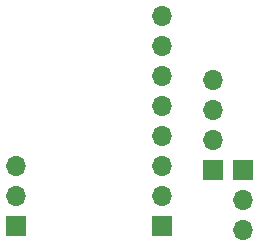
<source format=gbr>
%TF.GenerationSoftware,KiCad,Pcbnew,5.1.9-73d0e3b20d~88~ubuntu20.04.1*%
%TF.CreationDate,2021-04-09T06:43:05+02:00*%
%TF.ProjectId,pcb_port_gobelet,7063625f-706f-4727-945f-676f62656c65,rev?*%
%TF.SameCoordinates,Original*%
%TF.FileFunction,Soldermask,Bot*%
%TF.FilePolarity,Negative*%
%FSLAX46Y46*%
G04 Gerber Fmt 4.6, Leading zero omitted, Abs format (unit mm)*
G04 Created by KiCad (PCBNEW 5.1.9-73d0e3b20d~88~ubuntu20.04.1) date 2021-04-09 06:43:05*
%MOMM*%
%LPD*%
G01*
G04 APERTURE LIST*
%ADD10R,1.700000X1.700000*%
%ADD11O,1.700000X1.700000*%
G04 APERTURE END LIST*
D10*
%TO.C,MA1*%
X139700000Y-130810000D03*
D11*
X139700000Y-128270000D03*
X139700000Y-125730000D03*
X139700000Y-123190000D03*
%TD*%
D10*
%TO.C,RJ45*%
X135382000Y-135509000D03*
D11*
X135382000Y-132969000D03*
X135382000Y-130429000D03*
X135382000Y-127889000D03*
X135382000Y-125349000D03*
X135382000Y-122809000D03*
X135382000Y-120269000D03*
X135382000Y-117729000D03*
%TD*%
D10*
%TO.C,S1*%
X123063000Y-135509000D03*
D11*
X123063000Y-132969000D03*
X123063000Y-130429000D03*
%TD*%
D10*
%TO.C,S2*%
X142240000Y-130810000D03*
D11*
X142240000Y-133350000D03*
X142240000Y-135890000D03*
%TD*%
M02*

</source>
